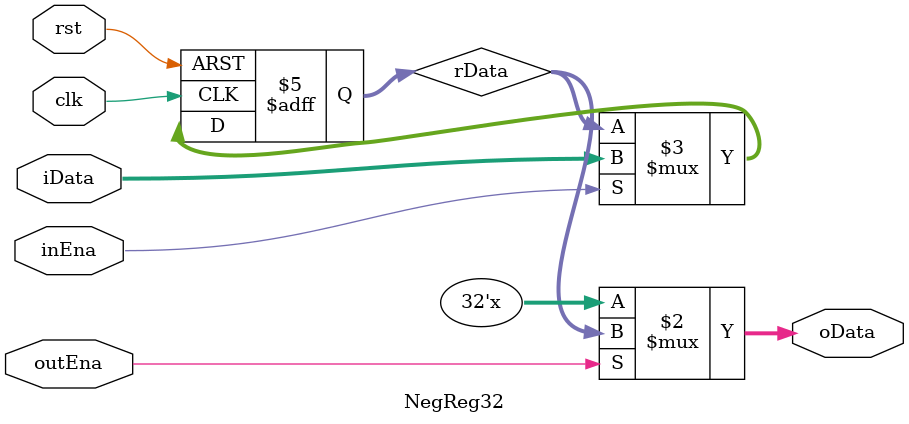
<source format=v>
`timescale 1ns / 1ps


module NegReg32(
    input wire clk,
    input wire rst,
    input wire inEna,
    input wire outEna,
    input wire [31:0] iData,
    output wire [31:0] oData
    );

    reg [31:0] rData;

    always @ (negedge clk or posedge rst) begin
        if(rst) rData <= 32'b0;
        else if(inEna) rData <= iData;
    end

    assign oData = outEna ? rData : 32'bz;
endmodule

</source>
